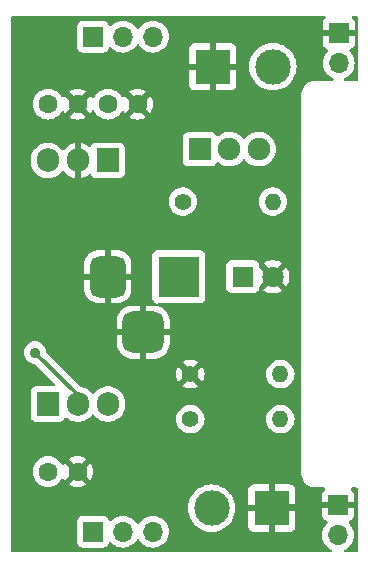
<source format=gbl>
%TF.GenerationSoftware,KiCad,Pcbnew,8.0.4*%
%TF.CreationDate,2024-10-15T16:21:02+03:00*%
%TF.ProjectId,projecsts,70726f6a-6563-4737-9473-2e6b69636164,rev?*%
%TF.SameCoordinates,Original*%
%TF.FileFunction,Copper,L2,Bot*%
%TF.FilePolarity,Positive*%
%FSLAX46Y46*%
G04 Gerber Fmt 4.6, Leading zero omitted, Abs format (unit mm)*
G04 Created by KiCad (PCBNEW 8.0.4) date 2024-10-15 16:21:02*
%MOMM*%
%LPD*%
G01*
G04 APERTURE LIST*
G04 Aperture macros list*
%AMRoundRect*
0 Rectangle with rounded corners*
0 $1 Rounding radius*
0 $2 $3 $4 $5 $6 $7 $8 $9 X,Y pos of 4 corners*
0 Add a 4 corners polygon primitive as box body*
4,1,4,$2,$3,$4,$5,$6,$7,$8,$9,$2,$3,0*
0 Add four circle primitives for the rounded corners*
1,1,$1+$1,$2,$3*
1,1,$1+$1,$4,$5*
1,1,$1+$1,$6,$7*
1,1,$1+$1,$8,$9*
0 Add four rect primitives between the rounded corners*
20,1,$1+$1,$2,$3,$4,$5,0*
20,1,$1+$1,$4,$5,$6,$7,0*
20,1,$1+$1,$6,$7,$8,$9,0*
20,1,$1+$1,$8,$9,$2,$3,0*%
G04 Aperture macros list end*
%TA.AperFunction,ComponentPad*%
%ADD10R,3.000000X3.000000*%
%TD*%
%TA.AperFunction,ComponentPad*%
%ADD11C,3.000000*%
%TD*%
%TA.AperFunction,ComponentPad*%
%ADD12R,1.700000X1.700000*%
%TD*%
%TA.AperFunction,ComponentPad*%
%ADD13O,1.700000X1.700000*%
%TD*%
%TA.AperFunction,ComponentPad*%
%ADD14C,1.600000*%
%TD*%
%TA.AperFunction,ComponentPad*%
%ADD15R,3.500000X3.500000*%
%TD*%
%TA.AperFunction,ComponentPad*%
%ADD16RoundRect,0.750000X-0.750000X-1.000000X0.750000X-1.000000X0.750000X1.000000X-0.750000X1.000000X0*%
%TD*%
%TA.AperFunction,ComponentPad*%
%ADD17RoundRect,0.875000X-0.875000X-0.875000X0.875000X-0.875000X0.875000X0.875000X-0.875000X0.875000X0*%
%TD*%
%TA.AperFunction,ComponentPad*%
%ADD18R,1.800000X1.800000*%
%TD*%
%TA.AperFunction,ComponentPad*%
%ADD19C,1.800000*%
%TD*%
%TA.AperFunction,ComponentPad*%
%ADD20C,1.400000*%
%TD*%
%TA.AperFunction,ComponentPad*%
%ADD21O,1.400000X1.400000*%
%TD*%
%TA.AperFunction,ComponentPad*%
%ADD22R,1.905000X2.000000*%
%TD*%
%TA.AperFunction,ComponentPad*%
%ADD23O,1.905000X2.000000*%
%TD*%
%TA.AperFunction,ComponentPad*%
%ADD24R,1.900000X1.900000*%
%TD*%
%TA.AperFunction,ComponentPad*%
%ADD25C,1.900000*%
%TD*%
%TA.AperFunction,ViaPad*%
%ADD26C,0.900000*%
%TD*%
%TA.AperFunction,Conductor*%
%ADD27C,0.200000*%
%TD*%
%TA.AperFunction,Conductor*%
%ADD28C,0.350000*%
%TD*%
G04 APERTURE END LIST*
D10*
%TO.P,J7,1,Pin_1*%
%TO.N,GND*%
X145309346Y-92620007D03*
D11*
%TO.P,J7,2,Pin_2*%
%TO.N,/PWR_output_bot*%
X140229346Y-92620007D03*
%TD*%
D12*
%TO.P,J4,1,Pin_1*%
%TO.N,/3.3V*%
X130175000Y-52705000D03*
D13*
%TO.P,J4,2,Pin_2*%
%TO.N,/PWR_output_top*%
X132715000Y-52705000D03*
%TO.P,J4,3,Pin_3*%
%TO.N,/5V*%
X135255000Y-52705000D03*
%TD*%
D12*
%TO.P,J1,1,Pin_1*%
%TO.N,GND*%
X150989841Y-52415247D03*
D13*
%TO.P,J1,2,Pin_2*%
%TO.N,/PWR_output_top*%
X150989841Y-54955247D03*
%TD*%
D14*
%TO.P,C2,1*%
%TO.N,/5V*%
X126385000Y-58420000D03*
%TO.P,C2,2*%
%TO.N,GND*%
X128885000Y-58420000D03*
%TD*%
D15*
%TO.P,J6,1*%
%TO.N,/PWR_input*%
X137445000Y-73025000D03*
D16*
%TO.P,J6,2*%
%TO.N,GND*%
X131445000Y-73025000D03*
D17*
%TO.P,J6,3*%
X134445000Y-77725000D03*
%TD*%
D14*
%TO.P,C3,1*%
%TO.N,/3.3V*%
X126385000Y-89535000D03*
%TO.P,C3,2*%
%TO.N,GND*%
X128885000Y-89535000D03*
%TD*%
D12*
%TO.P,J3,1,Pin_1*%
%TO.N,GND*%
X150933752Y-92373739D03*
D13*
%TO.P,J3,2,Pin_2*%
%TO.N,/PWR_output_bot*%
X150933752Y-94913739D03*
%TD*%
D18*
%TO.P,D1,1,K*%
%TO.N,Net-(D1-K)*%
X142875000Y-73025000D03*
D19*
%TO.P,D1,2,A*%
%TO.N,GND*%
X145415000Y-73025000D03*
%TD*%
D14*
%TO.P,C1,1*%
%TO.N,/12V*%
X131465000Y-58420000D03*
%TO.P,C1,2*%
%TO.N,GND*%
X133965000Y-58420000D03*
%TD*%
D12*
%TO.P,J2,1,Pin_1*%
%TO.N,/3.3V*%
X130175000Y-94615000D03*
D13*
%TO.P,J2,2,Pin_2*%
%TO.N,/PWR_output_bot*%
X132715000Y-94615000D03*
%TO.P,J2,3,Pin_3*%
%TO.N,/5V*%
X135255000Y-94615000D03*
%TD*%
D20*
%TO.P,R3,1*%
%TO.N,GND*%
X138430000Y-81280000D03*
D21*
%TO.P,R3,2*%
%TO.N,Net-(U2-ADJ)*%
X146050000Y-81280000D03*
%TD*%
D20*
%TO.P,R1,1*%
%TO.N,/12V*%
X137795000Y-66675000D03*
D21*
%TO.P,R1,2*%
%TO.N,Net-(D1-K)*%
X145415000Y-66675000D03*
%TD*%
D20*
%TO.P,R2,1*%
%TO.N,Net-(U2-ADJ)*%
X138430000Y-85090000D03*
D21*
%TO.P,R2,2*%
%TO.N,/3.3V*%
X146050000Y-85090000D03*
%TD*%
D22*
%TO.P,U2,1,ADJ*%
%TO.N,Net-(U2-ADJ)*%
X126365000Y-83820000D03*
D23*
%TO.P,U2,2,VO*%
%TO.N,/3.3V*%
X128905000Y-83820000D03*
%TO.P,U2,3,VI*%
%TO.N,/12V*%
X131445000Y-83820000D03*
%TD*%
D24*
%TO.P,S2,1*%
%TO.N,/12V*%
X139225000Y-62230000D03*
D25*
%TO.P,S2,2*%
%TO.N,/PWR_input*%
X141725000Y-62230000D03*
%TO.P,S2,3*%
%TO.N,unconnected-(S2-Pad3)*%
X144225000Y-62230000D03*
%TD*%
D22*
%TO.P,U1,1,VI*%
%TO.N,/12V*%
X131445000Y-63190000D03*
D23*
%TO.P,U1,2,GND*%
%TO.N,GND*%
X128905000Y-63190000D03*
%TO.P,U1,3,VO*%
%TO.N,/5V*%
X126365000Y-63190000D03*
%TD*%
D10*
%TO.P,J5,1,Pin_1*%
%TO.N,GND*%
X140335000Y-55245000D03*
D11*
%TO.P,J5,2,Pin_2*%
%TO.N,/PWR_output_top*%
X145415000Y-55245000D03*
%TD*%
D26*
%TO.N,/3.3V*%
X125272800Y-79451200D03*
%TD*%
D27*
%TO.N,GND*%
X145555614Y-92373739D02*
X145309346Y-92620007D01*
X150933752Y-92373739D02*
X145555614Y-92373739D01*
D28*
%TO.N,/3.3V*%
X128905000Y-83083400D02*
X128905000Y-83820000D01*
X125272800Y-79451200D02*
X128905000Y-83083400D01*
%TD*%
%TA.AperFunction,Conductor*%
%TO.N,GND*%
G36*
X149828668Y-50964585D02*
G01*
X149874423Y-51017389D01*
X149884367Y-51086547D01*
X149855342Y-51150103D01*
X149835940Y-51168166D01*
X149782653Y-51208056D01*
X149782650Y-51208059D01*
X149696490Y-51323153D01*
X149696486Y-51323160D01*
X149646244Y-51457867D01*
X149646242Y-51457874D01*
X149639841Y-51517402D01*
X149639841Y-52165247D01*
X150556829Y-52165247D01*
X150523916Y-52222254D01*
X150489841Y-52349421D01*
X150489841Y-52481073D01*
X150523916Y-52608240D01*
X150556829Y-52665247D01*
X149639841Y-52665247D01*
X149639841Y-53313091D01*
X149646242Y-53372619D01*
X149646244Y-53372626D01*
X149696486Y-53507333D01*
X149696490Y-53507340D01*
X149782650Y-53622434D01*
X149782653Y-53622437D01*
X149897747Y-53708597D01*
X149897754Y-53708601D01*
X150029311Y-53757668D01*
X150085244Y-53799539D01*
X150109662Y-53865003D01*
X150094811Y-53933276D01*
X150073660Y-53961531D01*
X149951344Y-54083847D01*
X149815806Y-54277416D01*
X149815805Y-54277418D01*
X149715939Y-54491582D01*
X149715935Y-54491591D01*
X149654779Y-54719833D01*
X149654777Y-54719843D01*
X149634182Y-54955246D01*
X149634182Y-54955247D01*
X149654777Y-55190650D01*
X149654779Y-55190660D01*
X149715935Y-55418902D01*
X149715937Y-55418906D01*
X149715938Y-55418910D01*
X149767940Y-55530428D01*
X149815806Y-55633077D01*
X149815808Y-55633081D01*
X149924122Y-55787768D01*
X149951346Y-55826648D01*
X150118440Y-55993742D01*
X150215225Y-56061512D01*
X150312006Y-56129279D01*
X150312008Y-56129280D01*
X150312011Y-56129282D01*
X150484935Y-56209918D01*
X150537374Y-56256090D01*
X150556526Y-56323284D01*
X150536310Y-56390165D01*
X150483145Y-56435500D01*
X150432530Y-56446300D01*
X148894833Y-56446300D01*
X148694791Y-56481573D01*
X148503914Y-56551047D01*
X148503904Y-56551051D01*
X148327989Y-56652615D01*
X148172383Y-56783183D01*
X148041815Y-56938789D01*
X147940251Y-57114704D01*
X147940247Y-57114714D01*
X147870773Y-57305591D01*
X147835500Y-57505633D01*
X147835500Y-89814366D01*
X147864968Y-89981488D01*
X147870774Y-90014411D01*
X147928141Y-90172026D01*
X147940247Y-90205285D01*
X147940251Y-90205295D01*
X148041815Y-90381210D01*
X148172383Y-90536816D01*
X148327989Y-90667384D01*
X148327990Y-90667385D01*
X148327992Y-90667386D01*
X148503909Y-90768951D01*
X148694789Y-90838426D01*
X148894834Y-90873700D01*
X148930508Y-90873700D01*
X149745203Y-90873700D01*
X149812242Y-90893385D01*
X149857997Y-90946189D01*
X149867941Y-91015347D01*
X149838916Y-91078903D01*
X149819514Y-91096966D01*
X149726564Y-91166548D01*
X149726561Y-91166551D01*
X149640401Y-91281645D01*
X149640397Y-91281652D01*
X149590155Y-91416359D01*
X149590153Y-91416366D01*
X149583752Y-91475894D01*
X149583752Y-92123739D01*
X150500740Y-92123739D01*
X150467827Y-92180746D01*
X150433752Y-92307913D01*
X150433752Y-92439565D01*
X150467827Y-92566732D01*
X150500740Y-92623739D01*
X149583752Y-92623739D01*
X149583752Y-93271583D01*
X149590153Y-93331111D01*
X149590155Y-93331118D01*
X149640397Y-93465825D01*
X149640401Y-93465832D01*
X149726561Y-93580926D01*
X149726564Y-93580929D01*
X149841658Y-93667089D01*
X149841665Y-93667093D01*
X149973222Y-93716160D01*
X150029155Y-93758031D01*
X150053573Y-93823495D01*
X150038722Y-93891768D01*
X150017571Y-93920023D01*
X149895255Y-94042339D01*
X149759717Y-94235908D01*
X149759716Y-94235910D01*
X149659850Y-94450074D01*
X149659846Y-94450083D01*
X149598690Y-94678325D01*
X149598688Y-94678335D01*
X149578093Y-94913738D01*
X149578093Y-94913739D01*
X149598688Y-95149142D01*
X149598690Y-95149152D01*
X149659846Y-95377394D01*
X149659848Y-95377398D01*
X149659849Y-95377402D01*
X149750817Y-95572483D01*
X149759717Y-95591569D01*
X149759719Y-95591573D01*
X149840777Y-95707335D01*
X149895257Y-95785140D01*
X150062351Y-95952234D01*
X150081297Y-95965500D01*
X150255917Y-96087771D01*
X150255919Y-96087772D01*
X150255922Y-96087774D01*
X150365172Y-96138718D01*
X150417611Y-96184890D01*
X150436763Y-96252084D01*
X150416547Y-96318965D01*
X150363382Y-96364300D01*
X150312767Y-96375100D01*
X123405412Y-96375100D01*
X123381220Y-96372717D01*
X123356200Y-96367740D01*
X123311504Y-96349227D01*
X123300642Y-96341969D01*
X123266430Y-96307757D01*
X123259171Y-96296893D01*
X123240659Y-96252199D01*
X123235681Y-96227174D01*
X123233300Y-96202987D01*
X123233300Y-93717135D01*
X128824500Y-93717135D01*
X128824500Y-95512870D01*
X128824501Y-95512876D01*
X128830908Y-95572483D01*
X128881202Y-95707328D01*
X128881206Y-95707335D01*
X128967452Y-95822544D01*
X128967455Y-95822547D01*
X129082664Y-95908793D01*
X129082671Y-95908797D01*
X129217517Y-95959091D01*
X129217516Y-95959091D01*
X129224444Y-95959835D01*
X129277127Y-95965500D01*
X131072872Y-95965499D01*
X131132483Y-95959091D01*
X131267331Y-95908796D01*
X131382546Y-95822546D01*
X131468796Y-95707331D01*
X131517810Y-95575916D01*
X131559681Y-95519984D01*
X131625145Y-95495566D01*
X131693418Y-95510417D01*
X131721673Y-95531569D01*
X131843599Y-95653495D01*
X131940384Y-95721265D01*
X132037165Y-95789032D01*
X132037167Y-95789033D01*
X132037170Y-95789035D01*
X132251337Y-95888903D01*
X132479592Y-95950063D01*
X132656034Y-95965500D01*
X132714999Y-95970659D01*
X132715000Y-95970659D01*
X132715001Y-95970659D01*
X132773966Y-95965500D01*
X132950408Y-95950063D01*
X133178663Y-95888903D01*
X133392830Y-95789035D01*
X133586401Y-95653495D01*
X133753495Y-95486401D01*
X133883425Y-95300842D01*
X133938002Y-95257217D01*
X134007500Y-95250023D01*
X134069855Y-95281546D01*
X134086575Y-95300842D01*
X134216500Y-95486395D01*
X134216505Y-95486401D01*
X134383599Y-95653495D01*
X134480384Y-95721265D01*
X134577165Y-95789032D01*
X134577167Y-95789033D01*
X134577170Y-95789035D01*
X134791337Y-95888903D01*
X135019592Y-95950063D01*
X135196034Y-95965500D01*
X135254999Y-95970659D01*
X135255000Y-95970659D01*
X135255001Y-95970659D01*
X135313966Y-95965500D01*
X135490408Y-95950063D01*
X135718663Y-95888903D01*
X135932830Y-95789035D01*
X136126401Y-95653495D01*
X136293495Y-95486401D01*
X136429035Y-95292830D01*
X136528903Y-95078663D01*
X136590063Y-94850408D01*
X136610659Y-94615000D01*
X136590063Y-94379592D01*
X136528903Y-94151337D01*
X136429035Y-93937171D01*
X136426391Y-93933394D01*
X136293494Y-93743597D01*
X136126402Y-93576506D01*
X136126395Y-93576501D01*
X135932834Y-93440967D01*
X135932830Y-93440965D01*
X135932828Y-93440964D01*
X135718663Y-93341097D01*
X135718659Y-93341096D01*
X135718655Y-93341094D01*
X135490413Y-93279938D01*
X135490403Y-93279936D01*
X135255001Y-93259341D01*
X135254999Y-93259341D01*
X135019596Y-93279936D01*
X135019586Y-93279938D01*
X134791344Y-93341094D01*
X134791335Y-93341098D01*
X134577171Y-93440964D01*
X134577169Y-93440965D01*
X134383597Y-93576505D01*
X134216505Y-93743597D01*
X134086575Y-93929158D01*
X134031998Y-93972783D01*
X133962500Y-93979977D01*
X133900145Y-93948454D01*
X133883425Y-93929158D01*
X133753494Y-93743597D01*
X133586402Y-93576506D01*
X133586395Y-93576501D01*
X133392834Y-93440967D01*
X133392830Y-93440965D01*
X133392828Y-93440964D01*
X133178663Y-93341097D01*
X133178659Y-93341096D01*
X133178655Y-93341094D01*
X132950413Y-93279938D01*
X132950403Y-93279936D01*
X132715001Y-93259341D01*
X132714999Y-93259341D01*
X132479596Y-93279936D01*
X132479586Y-93279938D01*
X132251344Y-93341094D01*
X132251335Y-93341098D01*
X132037171Y-93440964D01*
X132037169Y-93440965D01*
X131843600Y-93576503D01*
X131721673Y-93698430D01*
X131660350Y-93731914D01*
X131590658Y-93726930D01*
X131534725Y-93685058D01*
X131517810Y-93654081D01*
X131468797Y-93522671D01*
X131468793Y-93522664D01*
X131382547Y-93407455D01*
X131382544Y-93407452D01*
X131267335Y-93321206D01*
X131267328Y-93321202D01*
X131132482Y-93270908D01*
X131132483Y-93270908D01*
X131072883Y-93264501D01*
X131072881Y-93264500D01*
X131072873Y-93264500D01*
X131072864Y-93264500D01*
X129277129Y-93264500D01*
X129277123Y-93264501D01*
X129217516Y-93270908D01*
X129082671Y-93321202D01*
X129082664Y-93321206D01*
X128967455Y-93407452D01*
X128967452Y-93407455D01*
X128881206Y-93522664D01*
X128881202Y-93522671D01*
X128830908Y-93657517D01*
X128824501Y-93717116D01*
X128824500Y-93717135D01*
X123233300Y-93717135D01*
X123233300Y-92620005D01*
X138223736Y-92620005D01*
X138223736Y-92620008D01*
X138244150Y-92905440D01*
X138304974Y-93185044D01*
X138304976Y-93185050D01*
X138304977Y-93185053D01*
X138363179Y-93341097D01*
X138404981Y-93453173D01*
X138542116Y-93704316D01*
X138542121Y-93704324D01*
X138713600Y-93933394D01*
X138713616Y-93933412D01*
X138915940Y-94135736D01*
X138915958Y-94135752D01*
X139145028Y-94307231D01*
X139145036Y-94307236D01*
X139396179Y-94444371D01*
X139396178Y-94444371D01*
X139396182Y-94444372D01*
X139396185Y-94444374D01*
X139664300Y-94544376D01*
X139664306Y-94544377D01*
X139664308Y-94544378D01*
X139943912Y-94605202D01*
X139943914Y-94605202D01*
X139943918Y-94605203D01*
X140197566Y-94623344D01*
X140229345Y-94625617D01*
X140229346Y-94625617D01*
X140229347Y-94625617D01*
X140257941Y-94623571D01*
X140514774Y-94605203D01*
X140794392Y-94544376D01*
X141062507Y-94444374D01*
X141313661Y-94307233D01*
X141542741Y-94135746D01*
X141745085Y-93933402D01*
X141916572Y-93704322D01*
X142053713Y-93453168D01*
X142153715Y-93185053D01*
X142214542Y-92905435D01*
X142234956Y-92620007D01*
X142214542Y-92334579D01*
X142153715Y-92054961D01*
X142053713Y-91786846D01*
X141916572Y-91535692D01*
X141827241Y-91416359D01*
X141745091Y-91306619D01*
X141745075Y-91306601D01*
X141542751Y-91104277D01*
X141542733Y-91104261D01*
X141499854Y-91072162D01*
X143309346Y-91072162D01*
X143309346Y-92370007D01*
X144590282Y-92370007D01*
X144578553Y-92398323D01*
X144549346Y-92545154D01*
X144549346Y-92694860D01*
X144578553Y-92841691D01*
X144590282Y-92870007D01*
X143309346Y-92870007D01*
X143309346Y-94167851D01*
X143315747Y-94227379D01*
X143315749Y-94227386D01*
X143365991Y-94362093D01*
X143365995Y-94362100D01*
X143452155Y-94477194D01*
X143452158Y-94477197D01*
X143567252Y-94563357D01*
X143567259Y-94563361D01*
X143701966Y-94613603D01*
X143701973Y-94613605D01*
X143761501Y-94620006D01*
X143761518Y-94620007D01*
X145059346Y-94620007D01*
X145059346Y-93339071D01*
X145087662Y-93350800D01*
X145234493Y-93380007D01*
X145384199Y-93380007D01*
X145531030Y-93350800D01*
X145559346Y-93339071D01*
X145559346Y-94620007D01*
X146857174Y-94620007D01*
X146857190Y-94620006D01*
X146916718Y-94613605D01*
X146916725Y-94613603D01*
X147051432Y-94563361D01*
X147051439Y-94563357D01*
X147166533Y-94477197D01*
X147166536Y-94477194D01*
X147252696Y-94362100D01*
X147252700Y-94362093D01*
X147302942Y-94227386D01*
X147302944Y-94227379D01*
X147309345Y-94167851D01*
X147309346Y-94167834D01*
X147309346Y-92870007D01*
X146028410Y-92870007D01*
X146040139Y-92841691D01*
X146069346Y-92694860D01*
X146069346Y-92545154D01*
X146040139Y-92398323D01*
X146028410Y-92370007D01*
X147309346Y-92370007D01*
X147309346Y-91072179D01*
X147309345Y-91072162D01*
X147302944Y-91012634D01*
X147302942Y-91012627D01*
X147252700Y-90877920D01*
X147252696Y-90877913D01*
X147166536Y-90762819D01*
X147166533Y-90762816D01*
X147051439Y-90676656D01*
X147051432Y-90676652D01*
X146916725Y-90626410D01*
X146916718Y-90626408D01*
X146857190Y-90620007D01*
X145559346Y-90620007D01*
X145559346Y-91900942D01*
X145531030Y-91889214D01*
X145384199Y-91860007D01*
X145234493Y-91860007D01*
X145087662Y-91889214D01*
X145059346Y-91900942D01*
X145059346Y-90620007D01*
X143761501Y-90620007D01*
X143701973Y-90626408D01*
X143701966Y-90626410D01*
X143567259Y-90676652D01*
X143567252Y-90676656D01*
X143452158Y-90762816D01*
X143452155Y-90762819D01*
X143365995Y-90877913D01*
X143365991Y-90877920D01*
X143315749Y-91012627D01*
X143315747Y-91012634D01*
X143309346Y-91072162D01*
X141499854Y-91072162D01*
X141313663Y-90932782D01*
X141313655Y-90932777D01*
X141062512Y-90795642D01*
X141062513Y-90795642D01*
X140955261Y-90755639D01*
X140794392Y-90695638D01*
X140794389Y-90695637D01*
X140794383Y-90695635D01*
X140514779Y-90634811D01*
X140229347Y-90614397D01*
X140229345Y-90614397D01*
X139943912Y-90634811D01*
X139664308Y-90695635D01*
X139396179Y-90795642D01*
X139145036Y-90932777D01*
X139145028Y-90932782D01*
X138915958Y-91104261D01*
X138915940Y-91104277D01*
X138713616Y-91306601D01*
X138713600Y-91306619D01*
X138542121Y-91535689D01*
X138542116Y-91535697D01*
X138404981Y-91786840D01*
X138304974Y-92054969D01*
X138244150Y-92334573D01*
X138223736Y-92620005D01*
X123233300Y-92620005D01*
X123233300Y-89534998D01*
X125079532Y-89534998D01*
X125079532Y-89535001D01*
X125099364Y-89761686D01*
X125099366Y-89761697D01*
X125158258Y-89981488D01*
X125158261Y-89981497D01*
X125254431Y-90187732D01*
X125254432Y-90187734D01*
X125384954Y-90374141D01*
X125545858Y-90535045D01*
X125545861Y-90535047D01*
X125732266Y-90665568D01*
X125938504Y-90761739D01*
X125938509Y-90761740D01*
X125938511Y-90761741D01*
X125965423Y-90768952D01*
X126158308Y-90820635D01*
X126320230Y-90834801D01*
X126384998Y-90840468D01*
X126385000Y-90840468D01*
X126385002Y-90840468D01*
X126441673Y-90835509D01*
X126611692Y-90820635D01*
X126831496Y-90761739D01*
X127037734Y-90665568D01*
X127224139Y-90535047D01*
X127385047Y-90374139D01*
X127515568Y-90187734D01*
X127522893Y-90172024D01*
X127569064Y-90119586D01*
X127636257Y-90100433D01*
X127703138Y-90120648D01*
X127747657Y-90172024D01*
X127754864Y-90187480D01*
X127805974Y-90260472D01*
X128485000Y-89581446D01*
X128485000Y-89587661D01*
X128512259Y-89689394D01*
X128564920Y-89780606D01*
X128639394Y-89855080D01*
X128730606Y-89907741D01*
X128832339Y-89935000D01*
X128838553Y-89935000D01*
X128159526Y-90614025D01*
X128232513Y-90665132D01*
X128232521Y-90665136D01*
X128438668Y-90761264D01*
X128438682Y-90761269D01*
X128658389Y-90820139D01*
X128658400Y-90820141D01*
X128884998Y-90839966D01*
X128885002Y-90839966D01*
X129111599Y-90820141D01*
X129111610Y-90820139D01*
X129331317Y-90761269D01*
X129331331Y-90761264D01*
X129537478Y-90665136D01*
X129610471Y-90614024D01*
X128931447Y-89935000D01*
X128937661Y-89935000D01*
X129039394Y-89907741D01*
X129130606Y-89855080D01*
X129205080Y-89780606D01*
X129257741Y-89689394D01*
X129285000Y-89587661D01*
X129285000Y-89581447D01*
X129964024Y-90260471D01*
X130015136Y-90187478D01*
X130111264Y-89981331D01*
X130111269Y-89981317D01*
X130170139Y-89761610D01*
X130170141Y-89761599D01*
X130189966Y-89535002D01*
X130189966Y-89534997D01*
X130170141Y-89308400D01*
X130170139Y-89308389D01*
X130111269Y-89088682D01*
X130111264Y-89088668D01*
X130015136Y-88882521D01*
X130015132Y-88882513D01*
X129964025Y-88809526D01*
X129285000Y-89488551D01*
X129285000Y-89482339D01*
X129257741Y-89380606D01*
X129205080Y-89289394D01*
X129130606Y-89214920D01*
X129039394Y-89162259D01*
X128937661Y-89135000D01*
X128931448Y-89135000D01*
X129610472Y-88455974D01*
X129537478Y-88404863D01*
X129331331Y-88308735D01*
X129331317Y-88308730D01*
X129111610Y-88249860D01*
X129111599Y-88249858D01*
X128885002Y-88230034D01*
X128884998Y-88230034D01*
X128658400Y-88249858D01*
X128658389Y-88249860D01*
X128438682Y-88308730D01*
X128438673Y-88308734D01*
X128232516Y-88404866D01*
X128232512Y-88404868D01*
X128159526Y-88455973D01*
X128159526Y-88455974D01*
X128838553Y-89135000D01*
X128832339Y-89135000D01*
X128730606Y-89162259D01*
X128639394Y-89214920D01*
X128564920Y-89289394D01*
X128512259Y-89380606D01*
X128485000Y-89482339D01*
X128485000Y-89488552D01*
X127805974Y-88809526D01*
X127805973Y-88809526D01*
X127754868Y-88882512D01*
X127754867Y-88882514D01*
X127747656Y-88897979D01*
X127701482Y-88950417D01*
X127634288Y-88969567D01*
X127567407Y-88949350D01*
X127522893Y-88897976D01*
X127515568Y-88882266D01*
X127385047Y-88695861D01*
X127385045Y-88695858D01*
X127224141Y-88534954D01*
X127037734Y-88404432D01*
X127037732Y-88404431D01*
X126831497Y-88308261D01*
X126831488Y-88308258D01*
X126611697Y-88249366D01*
X126611693Y-88249365D01*
X126611692Y-88249365D01*
X126611691Y-88249364D01*
X126611686Y-88249364D01*
X126385002Y-88229532D01*
X126384998Y-88229532D01*
X126158313Y-88249364D01*
X126158302Y-88249366D01*
X125938511Y-88308258D01*
X125938502Y-88308261D01*
X125732267Y-88404431D01*
X125732265Y-88404432D01*
X125545858Y-88534954D01*
X125384954Y-88695858D01*
X125254432Y-88882265D01*
X125254431Y-88882267D01*
X125158261Y-89088502D01*
X125158258Y-89088511D01*
X125099366Y-89308302D01*
X125099364Y-89308313D01*
X125079532Y-89534998D01*
X123233300Y-89534998D01*
X123233300Y-79451200D01*
X124317701Y-79451200D01*
X124336052Y-79637531D01*
X124336053Y-79637533D01*
X124390404Y-79816702D01*
X124478662Y-79981823D01*
X124478664Y-79981826D01*
X124597442Y-80126557D01*
X124742173Y-80245335D01*
X124742176Y-80245337D01*
X124907297Y-80333595D01*
X124907299Y-80333596D01*
X125086469Y-80387947D01*
X125228421Y-80401927D01*
X125293208Y-80428087D01*
X125303948Y-80437649D01*
X126974117Y-82107819D01*
X127007602Y-82169142D01*
X127002618Y-82238834D01*
X126960746Y-82294767D01*
X126895282Y-82319184D01*
X126886436Y-82319500D01*
X125364629Y-82319500D01*
X125364623Y-82319501D01*
X125305016Y-82325908D01*
X125170171Y-82376202D01*
X125170164Y-82376206D01*
X125054955Y-82462452D01*
X125054952Y-82462455D01*
X124968706Y-82577664D01*
X124968702Y-82577671D01*
X124918408Y-82712517D01*
X124912001Y-82772116D01*
X124912000Y-82772135D01*
X124912000Y-84867870D01*
X124912001Y-84867876D01*
X124918408Y-84927483D01*
X124968702Y-85062328D01*
X124968706Y-85062335D01*
X125054952Y-85177544D01*
X125054955Y-85177547D01*
X125170164Y-85263793D01*
X125170171Y-85263797D01*
X125305017Y-85314091D01*
X125305016Y-85314091D01*
X125311944Y-85314835D01*
X125364627Y-85320500D01*
X127365372Y-85320499D01*
X127424983Y-85314091D01*
X127559831Y-85263796D01*
X127675046Y-85177546D01*
X127761296Y-85062331D01*
X127771690Y-85034460D01*
X127813560Y-84978527D01*
X127879023Y-84954108D01*
X127947297Y-84968958D01*
X127960746Y-84977465D01*
X128143462Y-85110217D01*
X128275599Y-85177544D01*
X128347244Y-85214049D01*
X128564751Y-85284721D01*
X128564752Y-85284721D01*
X128564755Y-85284722D01*
X128790646Y-85320500D01*
X128790647Y-85320500D01*
X129019353Y-85320500D01*
X129019354Y-85320500D01*
X129245245Y-85284722D01*
X129245248Y-85284721D01*
X129245249Y-85284721D01*
X129462755Y-85214049D01*
X129462755Y-85214048D01*
X129462758Y-85214048D01*
X129666538Y-85110217D01*
X129851566Y-84975786D01*
X130013286Y-84814066D01*
X130074683Y-84729559D01*
X130130012Y-84686896D01*
X130199625Y-84680917D01*
X130261420Y-84713523D01*
X130275314Y-84729556D01*
X130336714Y-84814066D01*
X130498434Y-84975786D01*
X130683462Y-85110217D01*
X130815599Y-85177544D01*
X130887244Y-85214049D01*
X131104751Y-85284721D01*
X131104752Y-85284721D01*
X131104755Y-85284722D01*
X131330646Y-85320500D01*
X131330647Y-85320500D01*
X131559353Y-85320500D01*
X131559354Y-85320500D01*
X131785245Y-85284722D01*
X131785248Y-85284721D01*
X131785249Y-85284721D01*
X132002755Y-85214049D01*
X132002755Y-85214048D01*
X132002758Y-85214048D01*
X132206538Y-85110217D01*
X132234366Y-85089999D01*
X137224357Y-85089999D01*
X137224357Y-85090000D01*
X137244884Y-85311535D01*
X137244885Y-85311537D01*
X137305769Y-85525523D01*
X137305775Y-85525538D01*
X137404938Y-85724683D01*
X137404943Y-85724691D01*
X137539020Y-85902238D01*
X137703437Y-86052123D01*
X137703439Y-86052125D01*
X137892595Y-86169245D01*
X137892596Y-86169245D01*
X137892599Y-86169247D01*
X138100060Y-86249618D01*
X138318757Y-86290500D01*
X138318759Y-86290500D01*
X138541241Y-86290500D01*
X138541243Y-86290500D01*
X138759940Y-86249618D01*
X138967401Y-86169247D01*
X139156562Y-86052124D01*
X139320981Y-85902236D01*
X139455058Y-85724689D01*
X139554229Y-85525528D01*
X139615115Y-85311536D01*
X139635643Y-85090000D01*
X139635643Y-85089999D01*
X144844357Y-85089999D01*
X144844357Y-85090000D01*
X144864884Y-85311535D01*
X144864885Y-85311537D01*
X144925769Y-85525523D01*
X144925775Y-85525538D01*
X145024938Y-85724683D01*
X145024943Y-85724691D01*
X145159020Y-85902238D01*
X145323437Y-86052123D01*
X145323439Y-86052125D01*
X145512595Y-86169245D01*
X145512596Y-86169245D01*
X145512599Y-86169247D01*
X145720060Y-86249618D01*
X145938757Y-86290500D01*
X145938759Y-86290500D01*
X146161241Y-86290500D01*
X146161243Y-86290500D01*
X146379940Y-86249618D01*
X146587401Y-86169247D01*
X146776562Y-86052124D01*
X146940981Y-85902236D01*
X147075058Y-85724689D01*
X147174229Y-85525528D01*
X147235115Y-85311536D01*
X147255643Y-85090000D01*
X147235115Y-84868464D01*
X147174229Y-84654472D01*
X147174224Y-84654461D01*
X147075061Y-84455316D01*
X147075056Y-84455308D01*
X146940979Y-84277761D01*
X146776562Y-84127876D01*
X146776560Y-84127874D01*
X146587404Y-84010754D01*
X146587398Y-84010752D01*
X146379940Y-83930382D01*
X146161243Y-83889500D01*
X145938757Y-83889500D01*
X145720060Y-83930382D01*
X145588864Y-83981207D01*
X145512601Y-84010752D01*
X145512595Y-84010754D01*
X145323439Y-84127874D01*
X145323437Y-84127876D01*
X145159020Y-84277761D01*
X145024943Y-84455308D01*
X145024938Y-84455316D01*
X144925775Y-84654461D01*
X144925769Y-84654476D01*
X144864885Y-84868462D01*
X144864884Y-84868464D01*
X144844357Y-85089999D01*
X139635643Y-85089999D01*
X139615115Y-84868464D01*
X139554229Y-84654472D01*
X139554224Y-84654461D01*
X139455061Y-84455316D01*
X139455056Y-84455308D01*
X139320979Y-84277761D01*
X139156562Y-84127876D01*
X139156560Y-84127874D01*
X138967404Y-84010754D01*
X138967398Y-84010752D01*
X138759940Y-83930382D01*
X138541243Y-83889500D01*
X138318757Y-83889500D01*
X138100060Y-83930382D01*
X137968864Y-83981207D01*
X137892601Y-84010752D01*
X137892595Y-84010754D01*
X137703439Y-84127874D01*
X137703437Y-84127876D01*
X137539020Y-84277761D01*
X137404943Y-84455308D01*
X137404938Y-84455316D01*
X137305775Y-84654461D01*
X137305769Y-84654476D01*
X137244885Y-84868462D01*
X137244884Y-84868464D01*
X137224357Y-85089999D01*
X132234366Y-85089999D01*
X132391566Y-84975786D01*
X132553286Y-84814066D01*
X132687717Y-84629038D01*
X132791548Y-84425258D01*
X132862222Y-84207745D01*
X132898000Y-83981854D01*
X132898000Y-83658146D01*
X132862222Y-83432255D01*
X132862221Y-83432251D01*
X132862221Y-83432250D01*
X132791549Y-83214744D01*
X132791548Y-83214742D01*
X132687717Y-83010962D01*
X132553286Y-82825934D01*
X132391566Y-82664214D01*
X132206538Y-82529783D01*
X132109815Y-82480500D01*
X132002755Y-82425950D01*
X131785248Y-82355278D01*
X131599812Y-82325908D01*
X131559354Y-82319500D01*
X131330646Y-82319500D01*
X131290188Y-82325908D01*
X131104753Y-82355278D01*
X131104750Y-82355278D01*
X130887244Y-82425950D01*
X130683461Y-82529783D01*
X130617550Y-82577671D01*
X130498434Y-82664214D01*
X130498432Y-82664216D01*
X130498431Y-82664216D01*
X130336715Y-82825932D01*
X130275318Y-82910438D01*
X130219987Y-82953103D01*
X130150374Y-82959082D01*
X130088579Y-82926476D01*
X130074682Y-82910438D01*
X130063773Y-82895423D01*
X130013286Y-82825934D01*
X129851566Y-82664214D01*
X129666538Y-82529783D01*
X129569815Y-82480500D01*
X129462755Y-82425950D01*
X129245243Y-82355277D01*
X129150692Y-82340301D01*
X129087558Y-82310371D01*
X129082411Y-82305509D01*
X129063781Y-82286879D01*
X137776672Y-82286879D01*
X137776672Y-82286880D01*
X137892821Y-82358797D01*
X137892822Y-82358798D01*
X138100195Y-82439134D01*
X138318807Y-82480000D01*
X138541193Y-82480000D01*
X138759809Y-82439133D01*
X138967168Y-82358801D01*
X138967181Y-82358795D01*
X139083326Y-82286879D01*
X138430001Y-81633553D01*
X138430000Y-81633553D01*
X137776672Y-82286879D01*
X129063781Y-82286879D01*
X128056901Y-81279999D01*
X137224859Y-81279999D01*
X137224859Y-81280000D01*
X137245378Y-81501439D01*
X137306240Y-81715350D01*
X137405369Y-81914428D01*
X137421137Y-81935308D01*
X137421138Y-81935308D01*
X138076447Y-81280000D01*
X138030369Y-81233922D01*
X138080000Y-81233922D01*
X138080000Y-81326078D01*
X138103852Y-81415095D01*
X138149930Y-81494905D01*
X138215095Y-81560070D01*
X138294905Y-81606148D01*
X138383922Y-81630000D01*
X138476078Y-81630000D01*
X138565095Y-81606148D01*
X138644905Y-81560070D01*
X138710070Y-81494905D01*
X138756148Y-81415095D01*
X138780000Y-81326078D01*
X138780000Y-81279999D01*
X138783553Y-81279999D01*
X138783553Y-81280000D01*
X139438861Y-81935308D01*
X139454631Y-81914425D01*
X139454633Y-81914422D01*
X139553759Y-81715350D01*
X139614621Y-81501439D01*
X139635141Y-81280000D01*
X139635141Y-81279999D01*
X144844357Y-81279999D01*
X144844357Y-81280000D01*
X144864884Y-81501535D01*
X144864885Y-81501537D01*
X144925769Y-81715523D01*
X144925775Y-81715538D01*
X145024938Y-81914683D01*
X145024943Y-81914691D01*
X145159020Y-82092238D01*
X145323437Y-82242123D01*
X145323439Y-82242125D01*
X145512595Y-82359245D01*
X145512596Y-82359245D01*
X145512599Y-82359247D01*
X145720060Y-82439618D01*
X145938757Y-82480500D01*
X145938759Y-82480500D01*
X146161241Y-82480500D01*
X146161243Y-82480500D01*
X146379940Y-82439618D01*
X146587401Y-82359247D01*
X146776562Y-82242124D01*
X146940981Y-82092236D01*
X147075058Y-81914689D01*
X147174229Y-81715528D01*
X147235115Y-81501536D01*
X147255643Y-81280000D01*
X147235115Y-81058464D01*
X147174229Y-80844472D01*
X147075188Y-80645572D01*
X147075061Y-80645316D01*
X147075056Y-80645308D01*
X146940979Y-80467761D01*
X146776562Y-80317876D01*
X146776560Y-80317874D01*
X146587404Y-80200754D01*
X146587398Y-80200752D01*
X146379940Y-80120382D01*
X146161243Y-80079500D01*
X145938757Y-80079500D01*
X145720060Y-80120382D01*
X145704121Y-80126557D01*
X145512601Y-80200752D01*
X145512595Y-80200754D01*
X145323439Y-80317874D01*
X145323437Y-80317876D01*
X145159020Y-80467761D01*
X145024943Y-80645308D01*
X145024938Y-80645316D01*
X144925775Y-80844461D01*
X144925769Y-80844476D01*
X144864885Y-81058462D01*
X144864884Y-81058464D01*
X144844357Y-81279999D01*
X139635141Y-81279999D01*
X139614621Y-81058560D01*
X139553759Y-80844649D01*
X139454635Y-80645580D01*
X139454630Y-80645572D01*
X139438860Y-80624690D01*
X138783553Y-81279999D01*
X138780000Y-81279999D01*
X138780000Y-81233922D01*
X138756148Y-81144905D01*
X138710070Y-81065095D01*
X138644905Y-80999930D01*
X138565095Y-80953852D01*
X138476078Y-80930000D01*
X138383922Y-80930000D01*
X138294905Y-80953852D01*
X138215095Y-80999930D01*
X138149930Y-81065095D01*
X138103852Y-81144905D01*
X138080000Y-81233922D01*
X138030369Y-81233922D01*
X137421138Y-80624691D01*
X137421137Y-80624691D01*
X137405368Y-80645574D01*
X137306240Y-80844649D01*
X137245378Y-81058560D01*
X137224859Y-81279999D01*
X128056901Y-81279999D01*
X127050020Y-80273119D01*
X137776671Y-80273119D01*
X138430000Y-80926447D01*
X138430001Y-80926447D01*
X139083327Y-80273119D01*
X138967178Y-80201202D01*
X138967177Y-80201201D01*
X138759804Y-80120865D01*
X138541193Y-80080000D01*
X138318807Y-80080000D01*
X138100195Y-80120865D01*
X137892824Y-80201200D01*
X137892823Y-80201201D01*
X137776671Y-80273119D01*
X127050020Y-80273119D01*
X126259249Y-79482348D01*
X126225764Y-79421025D01*
X126223527Y-79406820D01*
X126222545Y-79396848D01*
X126209547Y-79264869D01*
X126155196Y-79085699D01*
X126066936Y-78920575D01*
X126066935Y-78920573D01*
X125948157Y-78775842D01*
X125803426Y-78657064D01*
X125803423Y-78657062D01*
X125638302Y-78568804D01*
X125459133Y-78514453D01*
X125459131Y-78514452D01*
X125272800Y-78496101D01*
X125086468Y-78514452D01*
X125086466Y-78514453D01*
X124907297Y-78568804D01*
X124742176Y-78657062D01*
X124742173Y-78657064D01*
X124597442Y-78775842D01*
X124478664Y-78920573D01*
X124478662Y-78920576D01*
X124390404Y-79085697D01*
X124336053Y-79264866D01*
X124336052Y-79264868D01*
X124317701Y-79451200D01*
X123233300Y-79451200D01*
X123233300Y-76756421D01*
X132195000Y-76756421D01*
X132195000Y-77475000D01*
X133011988Y-77475000D01*
X132979075Y-77532007D01*
X132945000Y-77659174D01*
X132945000Y-77790826D01*
X132979075Y-77917993D01*
X133011988Y-77975000D01*
X132195001Y-77975000D01*
X132195001Y-78693588D01*
X132197794Y-78746191D01*
X132242237Y-78975987D01*
X132324879Y-79194975D01*
X132443339Y-79396841D01*
X132443344Y-79396848D01*
X132594211Y-79575786D01*
X132594213Y-79575788D01*
X132773151Y-79726655D01*
X132773158Y-79726660D01*
X132975024Y-79845120D01*
X133194012Y-79927762D01*
X133423809Y-79972205D01*
X133476382Y-79974998D01*
X133476421Y-79974999D01*
X134194999Y-79974999D01*
X134195000Y-79974998D01*
X134195000Y-78225000D01*
X134695000Y-78225000D01*
X134695000Y-79974999D01*
X135413576Y-79974999D01*
X135413588Y-79974998D01*
X135466191Y-79972205D01*
X135695987Y-79927762D01*
X135914975Y-79845120D01*
X136116841Y-79726660D01*
X136116848Y-79726655D01*
X136295786Y-79575788D01*
X136295788Y-79575786D01*
X136446655Y-79396848D01*
X136446660Y-79396841D01*
X136565120Y-79194975D01*
X136647762Y-78975987D01*
X136692205Y-78746191D01*
X136692205Y-78746190D01*
X136694998Y-78693617D01*
X136695000Y-78693578D01*
X136695000Y-77975000D01*
X135878012Y-77975000D01*
X135910925Y-77917993D01*
X135945000Y-77790826D01*
X135945000Y-77659174D01*
X135910925Y-77532007D01*
X135878012Y-77475000D01*
X136694999Y-77475000D01*
X136694999Y-76756423D01*
X136694998Y-76756411D01*
X136692205Y-76703808D01*
X136647762Y-76474012D01*
X136565120Y-76255024D01*
X136446660Y-76053158D01*
X136446655Y-76053151D01*
X136295788Y-75874213D01*
X136295786Y-75874211D01*
X136116848Y-75723344D01*
X136116841Y-75723339D01*
X135914975Y-75604879D01*
X135695984Y-75522236D01*
X135690840Y-75521241D01*
X135628760Y-75489180D01*
X135593869Y-75428646D01*
X135597244Y-75358858D01*
X135637814Y-75301973D01*
X135702697Y-75276052D01*
X135714374Y-75275499D01*
X139242872Y-75275499D01*
X139302483Y-75269091D01*
X139437331Y-75218796D01*
X139552546Y-75132546D01*
X139638796Y-75017331D01*
X139689091Y-74882483D01*
X139695500Y-74822873D01*
X139695499Y-72077135D01*
X141474500Y-72077135D01*
X141474500Y-73972870D01*
X141474501Y-73972876D01*
X141480908Y-74032483D01*
X141531202Y-74167328D01*
X141531206Y-74167335D01*
X141617452Y-74282544D01*
X141617455Y-74282547D01*
X141732664Y-74368793D01*
X141732671Y-74368797D01*
X141867517Y-74419091D01*
X141867516Y-74419091D01*
X141874444Y-74419835D01*
X141927127Y-74425500D01*
X143822872Y-74425499D01*
X143882483Y-74419091D01*
X144017331Y-74368796D01*
X144132546Y-74282546D01*
X144218796Y-74167331D01*
X144269091Y-74032483D01*
X144275500Y-73972873D01*
X144275499Y-73862304D01*
X144295183Y-73795268D01*
X144311818Y-73774626D01*
X144972861Y-73113584D01*
X144995667Y-73198694D01*
X145054910Y-73301306D01*
X145138694Y-73385090D01*
X145241306Y-73444333D01*
X145326414Y-73467138D01*
X144616201Y-74177351D01*
X144646649Y-74201050D01*
X144850697Y-74311476D01*
X144850706Y-74311479D01*
X145070139Y-74386811D01*
X145298993Y-74425000D01*
X145531007Y-74425000D01*
X145759860Y-74386811D01*
X145979293Y-74311479D01*
X145979301Y-74311476D01*
X146183355Y-74201047D01*
X146213797Y-74177351D01*
X146213798Y-74177350D01*
X145503585Y-73467137D01*
X145588694Y-73444333D01*
X145691306Y-73385090D01*
X145775090Y-73301306D01*
X145834333Y-73198694D01*
X145857138Y-73113585D01*
X146566186Y-73822633D01*
X146650482Y-73693611D01*
X146743682Y-73481135D01*
X146800638Y-73256218D01*
X146819798Y-73025005D01*
X146819798Y-73024994D01*
X146800638Y-72793781D01*
X146743682Y-72568864D01*
X146650484Y-72356393D01*
X146566186Y-72227365D01*
X145857137Y-72936414D01*
X145834333Y-72851306D01*
X145775090Y-72748694D01*
X145691306Y-72664910D01*
X145588694Y-72605667D01*
X145503584Y-72582861D01*
X146213797Y-71872647D01*
X146213797Y-71872645D01*
X146183360Y-71848955D01*
X146183354Y-71848951D01*
X145979302Y-71738523D01*
X145979293Y-71738520D01*
X145759860Y-71663188D01*
X145531007Y-71625000D01*
X145298993Y-71625000D01*
X145070139Y-71663188D01*
X144850706Y-71738520D01*
X144850697Y-71738523D01*
X144646650Y-71848949D01*
X144616200Y-71872647D01*
X145326415Y-72582861D01*
X145241306Y-72605667D01*
X145138694Y-72664910D01*
X145054910Y-72748694D01*
X144995667Y-72851306D01*
X144972861Y-72936415D01*
X144311818Y-72275372D01*
X144278333Y-72214049D01*
X144275499Y-72187691D01*
X144275499Y-72077129D01*
X144275498Y-72077123D01*
X144275497Y-72077116D01*
X144269091Y-72017517D01*
X144247943Y-71960817D01*
X144218797Y-71882671D01*
X144218793Y-71882664D01*
X144132547Y-71767455D01*
X144132544Y-71767452D01*
X144017335Y-71681206D01*
X144017328Y-71681202D01*
X143882482Y-71630908D01*
X143882483Y-71630908D01*
X143822883Y-71624501D01*
X143822881Y-71624500D01*
X143822873Y-71624500D01*
X143822864Y-71624500D01*
X141927129Y-71624500D01*
X141927123Y-71624501D01*
X141867516Y-71630908D01*
X141732671Y-71681202D01*
X141732664Y-71681206D01*
X141617455Y-71767452D01*
X141617452Y-71767455D01*
X141531206Y-71882664D01*
X141531202Y-71882671D01*
X141480908Y-72017517D01*
X141474501Y-72077116D01*
X141474501Y-72077123D01*
X141474500Y-72077135D01*
X139695499Y-72077135D01*
X139695499Y-71227128D01*
X139689091Y-71167517D01*
X139649571Y-71061559D01*
X139638797Y-71032671D01*
X139638793Y-71032664D01*
X139552547Y-70917455D01*
X139552544Y-70917452D01*
X139437335Y-70831206D01*
X139437328Y-70831202D01*
X139302482Y-70780908D01*
X139302483Y-70780908D01*
X139242883Y-70774501D01*
X139242881Y-70774500D01*
X139242873Y-70774500D01*
X139242864Y-70774500D01*
X135647129Y-70774500D01*
X135647123Y-70774501D01*
X135587516Y-70780908D01*
X135452671Y-70831202D01*
X135452664Y-70831206D01*
X135337455Y-70917452D01*
X135337452Y-70917455D01*
X135251206Y-71032664D01*
X135251202Y-71032671D01*
X135200908Y-71167517D01*
X135194501Y-71227116D01*
X135194501Y-71227123D01*
X135194500Y-71227135D01*
X135194500Y-74822870D01*
X135194501Y-74822876D01*
X135200908Y-74882483D01*
X135251202Y-75017328D01*
X135251206Y-75017335D01*
X135337452Y-75132544D01*
X135337455Y-75132547D01*
X135452664Y-75218793D01*
X135452673Y-75218798D01*
X135501506Y-75237011D01*
X135557440Y-75278881D01*
X135581858Y-75344345D01*
X135567007Y-75412618D01*
X135517603Y-75462024D01*
X135451598Y-75477018D01*
X135413625Y-75475001D01*
X135413579Y-75475000D01*
X134695000Y-75475000D01*
X134695000Y-77225000D01*
X134195000Y-77225000D01*
X134195000Y-75475000D01*
X133476423Y-75475000D01*
X133476411Y-75475001D01*
X133423808Y-75477794D01*
X133194012Y-75522237D01*
X132975024Y-75604879D01*
X132773158Y-75723339D01*
X132773151Y-75723344D01*
X132594213Y-75874211D01*
X132594211Y-75874213D01*
X132443344Y-76053151D01*
X132443339Y-76053158D01*
X132324879Y-76255024D01*
X132242237Y-76474012D01*
X132197794Y-76703808D01*
X132197794Y-76703809D01*
X132195001Y-76756382D01*
X132195000Y-76756421D01*
X123233300Y-76756421D01*
X123233300Y-71960803D01*
X129445000Y-71960803D01*
X129445000Y-72775000D01*
X130945000Y-72775000D01*
X130945000Y-73275000D01*
X129445001Y-73275000D01*
X129445001Y-74089197D01*
X129455400Y-74221332D01*
X129510377Y-74439519D01*
X129603428Y-74644374D01*
X129603431Y-74644380D01*
X129731559Y-74829323D01*
X129731569Y-74829335D01*
X129890664Y-74988430D01*
X129890676Y-74988440D01*
X130075619Y-75116568D01*
X130075625Y-75116571D01*
X130280480Y-75209622D01*
X130498667Y-75264599D01*
X130630810Y-75274999D01*
X131194999Y-75274999D01*
X131195000Y-75274998D01*
X131195000Y-74458012D01*
X131252007Y-74490925D01*
X131379174Y-74525000D01*
X131510826Y-74525000D01*
X131637993Y-74490925D01*
X131695000Y-74458012D01*
X131695000Y-75274999D01*
X132259182Y-75274999D01*
X132259197Y-75274998D01*
X132391332Y-75264599D01*
X132609519Y-75209622D01*
X132814374Y-75116571D01*
X132814380Y-75116568D01*
X132999323Y-74988440D01*
X132999335Y-74988430D01*
X133158430Y-74829335D01*
X133158440Y-74829323D01*
X133286568Y-74644380D01*
X133286571Y-74644374D01*
X133379622Y-74439519D01*
X133434599Y-74221332D01*
X133444999Y-74089196D01*
X133445000Y-74089184D01*
X133445000Y-73275000D01*
X131945000Y-73275000D01*
X131945000Y-72775000D01*
X133444999Y-72775000D01*
X133444999Y-71960817D01*
X133444998Y-71960802D01*
X133434599Y-71828667D01*
X133379622Y-71610480D01*
X133286571Y-71405625D01*
X133286568Y-71405619D01*
X133158440Y-71220676D01*
X133158430Y-71220664D01*
X132999335Y-71061569D01*
X132999323Y-71061559D01*
X132814380Y-70933431D01*
X132814374Y-70933428D01*
X132609519Y-70840377D01*
X132391332Y-70785400D01*
X132259196Y-70775000D01*
X131695000Y-70775000D01*
X131695000Y-71591988D01*
X131637993Y-71559075D01*
X131510826Y-71525000D01*
X131379174Y-71525000D01*
X131252007Y-71559075D01*
X131195000Y-71591988D01*
X131195000Y-70775000D01*
X130630817Y-70775000D01*
X130630802Y-70775001D01*
X130498667Y-70785400D01*
X130280480Y-70840377D01*
X130075625Y-70933428D01*
X130075619Y-70933431D01*
X129890676Y-71061559D01*
X129890664Y-71061569D01*
X129731569Y-71220664D01*
X129731559Y-71220676D01*
X129603431Y-71405619D01*
X129603428Y-71405625D01*
X129510377Y-71610480D01*
X129455400Y-71828667D01*
X129445000Y-71960803D01*
X123233300Y-71960803D01*
X123233300Y-66674999D01*
X136589357Y-66674999D01*
X136589357Y-66675000D01*
X136609884Y-66896535D01*
X136609885Y-66896537D01*
X136670769Y-67110523D01*
X136670775Y-67110538D01*
X136769938Y-67309683D01*
X136769943Y-67309691D01*
X136904020Y-67487238D01*
X137068437Y-67637123D01*
X137068439Y-67637125D01*
X137257595Y-67754245D01*
X137257596Y-67754245D01*
X137257599Y-67754247D01*
X137465060Y-67834618D01*
X137683757Y-67875500D01*
X137683759Y-67875500D01*
X137906241Y-67875500D01*
X137906243Y-67875500D01*
X138124940Y-67834618D01*
X138332401Y-67754247D01*
X138521562Y-67637124D01*
X138685981Y-67487236D01*
X138820058Y-67309689D01*
X138919229Y-67110528D01*
X138980115Y-66896536D01*
X139000643Y-66675000D01*
X139000643Y-66674999D01*
X144209357Y-66674999D01*
X144209357Y-66675000D01*
X144229884Y-66896535D01*
X144229885Y-66896537D01*
X144290769Y-67110523D01*
X144290775Y-67110538D01*
X144389938Y-67309683D01*
X144389943Y-67309691D01*
X144524020Y-67487238D01*
X144688437Y-67637123D01*
X144688439Y-67637125D01*
X144877595Y-67754245D01*
X144877596Y-67754245D01*
X144877599Y-67754247D01*
X145085060Y-67834618D01*
X145303757Y-67875500D01*
X145303759Y-67875500D01*
X145526241Y-67875500D01*
X145526243Y-67875500D01*
X145744940Y-67834618D01*
X145952401Y-67754247D01*
X146141562Y-67637124D01*
X146305981Y-67487236D01*
X146440058Y-67309689D01*
X146539229Y-67110528D01*
X146600115Y-66896536D01*
X146620643Y-66675000D01*
X146600115Y-66453464D01*
X146539229Y-66239472D01*
X146539224Y-66239461D01*
X146440061Y-66040316D01*
X146440056Y-66040308D01*
X146305979Y-65862761D01*
X146141562Y-65712876D01*
X146141560Y-65712874D01*
X145952404Y-65595754D01*
X145952398Y-65595752D01*
X145744940Y-65515382D01*
X145526243Y-65474500D01*
X145303757Y-65474500D01*
X145085060Y-65515382D01*
X144953864Y-65566207D01*
X144877601Y-65595752D01*
X144877595Y-65595754D01*
X144688439Y-65712874D01*
X144688437Y-65712876D01*
X144524020Y-65862761D01*
X144389943Y-66040308D01*
X144389938Y-66040316D01*
X144290775Y-66239461D01*
X144290769Y-66239476D01*
X144229885Y-66453462D01*
X144229884Y-66453464D01*
X144209357Y-66674999D01*
X139000643Y-66674999D01*
X138980115Y-66453464D01*
X138919229Y-66239472D01*
X138919224Y-66239461D01*
X138820061Y-66040316D01*
X138820056Y-66040308D01*
X138685979Y-65862761D01*
X138521562Y-65712876D01*
X138521560Y-65712874D01*
X138332404Y-65595754D01*
X138332398Y-65595752D01*
X138124940Y-65515382D01*
X137906243Y-65474500D01*
X137683757Y-65474500D01*
X137465060Y-65515382D01*
X137333864Y-65566207D01*
X137257601Y-65595752D01*
X137257595Y-65595754D01*
X137068439Y-65712874D01*
X137068437Y-65712876D01*
X136904020Y-65862761D01*
X136769943Y-66040308D01*
X136769938Y-66040316D01*
X136670775Y-66239461D01*
X136670769Y-66239476D01*
X136609885Y-66453462D01*
X136609884Y-66453464D01*
X136589357Y-66674999D01*
X123233300Y-66674999D01*
X123233300Y-63028146D01*
X124912000Y-63028146D01*
X124912000Y-63351853D01*
X124947778Y-63577746D01*
X124947778Y-63577749D01*
X125018450Y-63795255D01*
X125018452Y-63795258D01*
X125122283Y-63999038D01*
X125256714Y-64184066D01*
X125418434Y-64345786D01*
X125603462Y-64480217D01*
X125735599Y-64547544D01*
X125807244Y-64584049D01*
X126024751Y-64654721D01*
X126024752Y-64654721D01*
X126024755Y-64654722D01*
X126250646Y-64690500D01*
X126250647Y-64690500D01*
X126479353Y-64690500D01*
X126479354Y-64690500D01*
X126705245Y-64654722D01*
X126705248Y-64654721D01*
X126705249Y-64654721D01*
X126922755Y-64584049D01*
X126922755Y-64584048D01*
X126922758Y-64584048D01*
X127126538Y-64480217D01*
X127311566Y-64345786D01*
X127473286Y-64184066D01*
X127534992Y-64099134D01*
X127590319Y-64056470D01*
X127659932Y-64050491D01*
X127721727Y-64083096D01*
X127735626Y-64099135D01*
X127797097Y-64183741D01*
X127797097Y-64183742D01*
X127958757Y-64345402D01*
X128143723Y-64479788D01*
X128347429Y-64583582D01*
X128564871Y-64654234D01*
X128655000Y-64668509D01*
X128655000Y-63680747D01*
X128692708Y-63702518D01*
X128832591Y-63740000D01*
X128977409Y-63740000D01*
X129117292Y-63702518D01*
X129155000Y-63680747D01*
X129155000Y-64668508D01*
X129245128Y-64654234D01*
X129462570Y-64583582D01*
X129666276Y-64479788D01*
X129849059Y-64346988D01*
X129914865Y-64323508D01*
X129982919Y-64339333D01*
X130031614Y-64389439D01*
X130038127Y-64403974D01*
X130048701Y-64432326D01*
X130048706Y-64432335D01*
X130134952Y-64547544D01*
X130134955Y-64547547D01*
X130250164Y-64633793D01*
X130250171Y-64633797D01*
X130385017Y-64684091D01*
X130385016Y-64684091D01*
X130391944Y-64684835D01*
X130444627Y-64690500D01*
X132445372Y-64690499D01*
X132504983Y-64684091D01*
X132639831Y-64633796D01*
X132755046Y-64547546D01*
X132841296Y-64432331D01*
X132891591Y-64297483D01*
X132898000Y-64237873D01*
X132897999Y-62142128D01*
X132891591Y-62082517D01*
X132881841Y-62056377D01*
X132841297Y-61947671D01*
X132841293Y-61947664D01*
X132755047Y-61832455D01*
X132755044Y-61832452D01*
X132639835Y-61746206D01*
X132639828Y-61746202D01*
X132504982Y-61695908D01*
X132504983Y-61695908D01*
X132445383Y-61689501D01*
X132445381Y-61689500D01*
X132445373Y-61689500D01*
X132445364Y-61689500D01*
X130444629Y-61689500D01*
X130444623Y-61689501D01*
X130385016Y-61695908D01*
X130250171Y-61746202D01*
X130250164Y-61746206D01*
X130134955Y-61832452D01*
X130134952Y-61832455D01*
X130048706Y-61947664D01*
X130048702Y-61947671D01*
X130038127Y-61976026D01*
X129996256Y-62031960D01*
X129930791Y-62056377D01*
X129862518Y-62041525D01*
X129849060Y-62033011D01*
X129666279Y-61900213D01*
X129462568Y-61796417D01*
X129245124Y-61725765D01*
X129155000Y-61711490D01*
X129155000Y-62699252D01*
X129117292Y-62677482D01*
X128977409Y-62640000D01*
X128832591Y-62640000D01*
X128692708Y-62677482D01*
X128655000Y-62699252D01*
X128655000Y-61711490D01*
X128654999Y-61711490D01*
X128564875Y-61725765D01*
X128347431Y-61796417D01*
X128143723Y-61900211D01*
X127958757Y-62034597D01*
X127797097Y-62196257D01*
X127735627Y-62280864D01*
X127680297Y-62323529D01*
X127610684Y-62329508D01*
X127548889Y-62296902D01*
X127534991Y-62280864D01*
X127473286Y-62195934D01*
X127311566Y-62034214D01*
X127126538Y-61899783D01*
X126922755Y-61795950D01*
X126705248Y-61725278D01*
X126519812Y-61695908D01*
X126479354Y-61689500D01*
X126250646Y-61689500D01*
X126210188Y-61695908D01*
X126024753Y-61725278D01*
X126024750Y-61725278D01*
X125807244Y-61795950D01*
X125603461Y-61899783D01*
X125537550Y-61947671D01*
X125418434Y-62034214D01*
X125418432Y-62034216D01*
X125418431Y-62034216D01*
X125256716Y-62195931D01*
X125256716Y-62195932D01*
X125256714Y-62195934D01*
X125231968Y-62229994D01*
X125122283Y-62380961D01*
X125018450Y-62584744D01*
X124947778Y-62802250D01*
X124947778Y-62802253D01*
X124912000Y-63028146D01*
X123233300Y-63028146D01*
X123233300Y-61232135D01*
X137774500Y-61232135D01*
X137774500Y-63227870D01*
X137774501Y-63227876D01*
X137780908Y-63287483D01*
X137831202Y-63422328D01*
X137831206Y-63422335D01*
X137917452Y-63537544D01*
X137917455Y-63537547D01*
X138032664Y-63623793D01*
X138032671Y-63623797D01*
X138167517Y-63674091D01*
X138167516Y-63674091D01*
X138174444Y-63674835D01*
X138227127Y-63680500D01*
X140222872Y-63680499D01*
X140282483Y-63674091D01*
X140417331Y-63623796D01*
X140532546Y-63537546D01*
X140618796Y-63422331D01*
X140621979Y-63413795D01*
X140663847Y-63357860D01*
X140729310Y-63333439D01*
X140797584Y-63348287D01*
X140814325Y-63359270D01*
X140928924Y-63448466D01*
X140928930Y-63448470D01*
X140928933Y-63448472D01*
X141140344Y-63562882D01*
X141140347Y-63562883D01*
X141367699Y-63640933D01*
X141367701Y-63640933D01*
X141367703Y-63640934D01*
X141604808Y-63680500D01*
X141604809Y-63680500D01*
X141845191Y-63680500D01*
X141845192Y-63680500D01*
X142082297Y-63640934D01*
X142309656Y-63562882D01*
X142521067Y-63448472D01*
X142710764Y-63300825D01*
X142873571Y-63123969D01*
X142873577Y-63123959D01*
X142876717Y-63119926D01*
X142878549Y-63121352D01*
X142924262Y-63082287D01*
X142993487Y-63072817D01*
X143056842Y-63102276D01*
X143072597Y-63120459D01*
X143073283Y-63119926D01*
X143076427Y-63123966D01*
X143076429Y-63123969D01*
X143239236Y-63300825D01*
X143239239Y-63300827D01*
X143239242Y-63300830D01*
X143428924Y-63448466D01*
X143428930Y-63448470D01*
X143428933Y-63448472D01*
X143640344Y-63562882D01*
X143640347Y-63562883D01*
X143867699Y-63640933D01*
X143867701Y-63640933D01*
X143867703Y-63640934D01*
X144104808Y-63680500D01*
X144104809Y-63680500D01*
X144345191Y-63680500D01*
X144345192Y-63680500D01*
X144582297Y-63640934D01*
X144809656Y-63562882D01*
X145021067Y-63448472D01*
X145210764Y-63300825D01*
X145373571Y-63123969D01*
X145505049Y-62922728D01*
X145601610Y-62702591D01*
X145660620Y-62469563D01*
X145669442Y-62363090D01*
X145680471Y-62230005D01*
X145680471Y-62229994D01*
X145664248Y-62034216D01*
X145660620Y-61990437D01*
X145601610Y-61757409D01*
X145505049Y-61537272D01*
X145474999Y-61491278D01*
X145373572Y-61336033D01*
X145373571Y-61336031D01*
X145210764Y-61159175D01*
X145210759Y-61159171D01*
X145210757Y-61159169D01*
X145021075Y-61011533D01*
X145021069Y-61011529D01*
X144809657Y-60897118D01*
X144809652Y-60897116D01*
X144582300Y-60819066D01*
X144383593Y-60785908D01*
X144345192Y-60779500D01*
X144104808Y-60779500D01*
X144066407Y-60785908D01*
X143867699Y-60819066D01*
X143640347Y-60897116D01*
X143640342Y-60897118D01*
X143428930Y-61011529D01*
X143428924Y-61011533D01*
X143239242Y-61159169D01*
X143239239Y-61159172D01*
X143076430Y-61336029D01*
X143073283Y-61340074D01*
X143071464Y-61338658D01*
X143025659Y-61377748D01*
X142956427Y-61387169D01*
X142893093Y-61357666D01*
X142877392Y-61339547D01*
X142876717Y-61340074D01*
X142873569Y-61336029D01*
X142710764Y-61159175D01*
X142710759Y-61159171D01*
X142710757Y-61159169D01*
X142521075Y-61011533D01*
X142521069Y-61011529D01*
X142309657Y-60897118D01*
X142309652Y-60897116D01*
X142082300Y-60819066D01*
X141883593Y-60785908D01*
X141845192Y-60779500D01*
X141604808Y-60779500D01*
X141566407Y-60785908D01*
X141367699Y-60819066D01*
X141140347Y-60897116D01*
X141140342Y-60897118D01*
X140928931Y-61011529D01*
X140814325Y-61100730D01*
X140749331Y-61126372D01*
X140680791Y-61112805D01*
X140630466Y-61064337D01*
X140621980Y-61046205D01*
X140618798Y-61037672D01*
X140618793Y-61037664D01*
X140532547Y-60922455D01*
X140532544Y-60922452D01*
X140417335Y-60836206D01*
X140417328Y-60836202D01*
X140282482Y-60785908D01*
X140282483Y-60785908D01*
X140222883Y-60779501D01*
X140222881Y-60779500D01*
X140222873Y-60779500D01*
X140222864Y-60779500D01*
X138227129Y-60779500D01*
X138227123Y-60779501D01*
X138167516Y-60785908D01*
X138032671Y-60836202D01*
X138032664Y-60836206D01*
X137917455Y-60922452D01*
X137917452Y-60922455D01*
X137831206Y-61037664D01*
X137831202Y-61037671D01*
X137780908Y-61172517D01*
X137774501Y-61232116D01*
X137774500Y-61232135D01*
X123233300Y-61232135D01*
X123233300Y-58419998D01*
X125079532Y-58419998D01*
X125079532Y-58420001D01*
X125099364Y-58646686D01*
X125099366Y-58646697D01*
X125158258Y-58866488D01*
X125158261Y-58866497D01*
X125254431Y-59072732D01*
X125254432Y-59072734D01*
X125384954Y-59259141D01*
X125545858Y-59420045D01*
X125545861Y-59420047D01*
X125732266Y-59550568D01*
X125938504Y-59646739D01*
X126158308Y-59705635D01*
X126320230Y-59719801D01*
X126384998Y-59725468D01*
X126385000Y-59725468D01*
X126385002Y-59725468D01*
X126441673Y-59720509D01*
X126611692Y-59705635D01*
X126831496Y-59646739D01*
X127037734Y-59550568D01*
X127224139Y-59420047D01*
X127385047Y-59259139D01*
X127515568Y-59072734D01*
X127522893Y-59057024D01*
X127569064Y-59004586D01*
X127636257Y-58985433D01*
X127703138Y-59005648D01*
X127747657Y-59057024D01*
X127754864Y-59072480D01*
X127805974Y-59145472D01*
X128485000Y-58466446D01*
X128485000Y-58472661D01*
X128512259Y-58574394D01*
X128564920Y-58665606D01*
X128639394Y-58740080D01*
X128730606Y-58792741D01*
X128832339Y-58820000D01*
X128838553Y-58820000D01*
X128159526Y-59499025D01*
X128232513Y-59550132D01*
X128232521Y-59550136D01*
X128438668Y-59646264D01*
X128438682Y-59646269D01*
X128658389Y-59705139D01*
X128658400Y-59705141D01*
X128884998Y-59724966D01*
X128885002Y-59724966D01*
X129111599Y-59705141D01*
X129111610Y-59705139D01*
X129331317Y-59646269D01*
X129331331Y-59646264D01*
X129537478Y-59550136D01*
X129610471Y-59499024D01*
X128931447Y-58820000D01*
X128937661Y-58820000D01*
X129039394Y-58792741D01*
X129130606Y-58740080D01*
X129205080Y-58665606D01*
X129257741Y-58574394D01*
X129285000Y-58472661D01*
X129285000Y-58466447D01*
X129964024Y-59145471D01*
X130015136Y-59072478D01*
X130062342Y-58971245D01*
X130108514Y-58918805D01*
X130175707Y-58899653D01*
X130242588Y-58919868D01*
X130287106Y-58971244D01*
X130334431Y-59072732D01*
X130334432Y-59072734D01*
X130464954Y-59259141D01*
X130625858Y-59420045D01*
X130625861Y-59420047D01*
X130812266Y-59550568D01*
X131018504Y-59646739D01*
X131238308Y-59705635D01*
X131400230Y-59719801D01*
X131464998Y-59725468D01*
X131465000Y-59725468D01*
X131465002Y-59725468D01*
X131521673Y-59720509D01*
X131691692Y-59705635D01*
X131911496Y-59646739D01*
X132117734Y-59550568D01*
X132304139Y-59420047D01*
X132465047Y-59259139D01*
X132595568Y-59072734D01*
X132602893Y-59057024D01*
X132649064Y-59004586D01*
X132716257Y-58985433D01*
X132783138Y-59005648D01*
X132827657Y-59057024D01*
X132834864Y-59072480D01*
X132885974Y-59145472D01*
X133565000Y-58466446D01*
X133565000Y-58472661D01*
X133592259Y-58574394D01*
X133644920Y-58665606D01*
X133719394Y-58740080D01*
X133810606Y-58792741D01*
X133912339Y-58820000D01*
X133918553Y-58820000D01*
X133239526Y-59499025D01*
X133312513Y-59550132D01*
X133312521Y-59550136D01*
X133518668Y-59646264D01*
X133518682Y-59646269D01*
X133738389Y-59705139D01*
X133738400Y-59705141D01*
X133964998Y-59724966D01*
X133965002Y-59724966D01*
X134191599Y-59705141D01*
X134191610Y-59705139D01*
X134411317Y-59646269D01*
X134411331Y-59646264D01*
X134617478Y-59550136D01*
X134690471Y-59499024D01*
X134011447Y-58820000D01*
X134017661Y-58820000D01*
X134119394Y-58792741D01*
X134210606Y-58740080D01*
X134285080Y-58665606D01*
X134337741Y-58574394D01*
X134365000Y-58472661D01*
X134365000Y-58466447D01*
X135044024Y-59145471D01*
X135095136Y-59072478D01*
X135191264Y-58866331D01*
X135191269Y-58866317D01*
X135250139Y-58646610D01*
X135250141Y-58646599D01*
X135269966Y-58420002D01*
X135269966Y-58419997D01*
X135250141Y-58193400D01*
X135250139Y-58193389D01*
X135191269Y-57973682D01*
X135191264Y-57973668D01*
X135095136Y-57767521D01*
X135095132Y-57767513D01*
X135044025Y-57694526D01*
X134365000Y-58373551D01*
X134365000Y-58367339D01*
X134337741Y-58265606D01*
X134285080Y-58174394D01*
X134210606Y-58099920D01*
X134119394Y-58047259D01*
X134017661Y-58020000D01*
X134011448Y-58020000D01*
X134690472Y-57340974D01*
X134617478Y-57289863D01*
X134411331Y-57193735D01*
X134411317Y-57193730D01*
X134191610Y-57134860D01*
X134191599Y-57134858D01*
X133965002Y-57115034D01*
X133964998Y-57115034D01*
X133738400Y-57134858D01*
X133738389Y-57134860D01*
X133518682Y-57193730D01*
X133518673Y-57193734D01*
X133312516Y-57289866D01*
X133312512Y-57289868D01*
X133239526Y-57340973D01*
X133239526Y-57340974D01*
X133918553Y-58020000D01*
X133912339Y-58020000D01*
X133810606Y-58047259D01*
X133719394Y-58099920D01*
X133644920Y-58174394D01*
X133592259Y-58265606D01*
X133565000Y-58367339D01*
X133565000Y-58373552D01*
X132885974Y-57694526D01*
X132885973Y-57694526D01*
X132834868Y-57767512D01*
X132834867Y-57767514D01*
X132827656Y-57782979D01*
X132781482Y-57835417D01*
X132714288Y-57854567D01*
X132647407Y-57834350D01*
X132602893Y-57782976D01*
X132595568Y-57767266D01*
X132465047Y-57580861D01*
X132465045Y-57580858D01*
X132304141Y-57419954D01*
X132117734Y-57289432D01*
X132117732Y-57289431D01*
X131911497Y-57193261D01*
X131911488Y-57193258D01*
X131691697Y-57134366D01*
X131691693Y-57134365D01*
X131691692Y-57134365D01*
X131691691Y-57134364D01*
X131691686Y-57134364D01*
X131465002Y-57114532D01*
X131464998Y-57114532D01*
X131238313Y-57134364D01*
X131238302Y-57134366D01*
X131018511Y-57193258D01*
X131018502Y-57193261D01*
X130812267Y-57289431D01*
X130812265Y-57289432D01*
X130625858Y-57419954D01*
X130464954Y-57580858D01*
X130334433Y-57767264D01*
X130287106Y-57868756D01*
X130240933Y-57921195D01*
X130173739Y-57940346D01*
X130106858Y-57920130D01*
X130062342Y-57868754D01*
X130015136Y-57767521D01*
X130015132Y-57767513D01*
X129964025Y-57694526D01*
X129285000Y-58373551D01*
X129285000Y-58367339D01*
X129257741Y-58265606D01*
X129205080Y-58174394D01*
X129130606Y-58099920D01*
X129039394Y-58047259D01*
X128937661Y-58020000D01*
X128931448Y-58020000D01*
X129610472Y-57340974D01*
X129537478Y-57289863D01*
X129331331Y-57193735D01*
X129331317Y-57193730D01*
X129111610Y-57134860D01*
X129111599Y-57134858D01*
X128885002Y-57115034D01*
X128884998Y-57115034D01*
X128658400Y-57134858D01*
X128658389Y-57134860D01*
X128438682Y-57193730D01*
X128438673Y-57193734D01*
X128232516Y-57289866D01*
X128232512Y-57289868D01*
X128159526Y-57340973D01*
X128159526Y-57340974D01*
X128838553Y-58020000D01*
X128832339Y-58020000D01*
X128730606Y-58047259D01*
X128639394Y-58099920D01*
X128564920Y-58174394D01*
X128512259Y-58265606D01*
X128485000Y-58367339D01*
X128485000Y-58373552D01*
X127805974Y-57694526D01*
X127805973Y-57694526D01*
X127754868Y-57767512D01*
X127754867Y-57767514D01*
X127747656Y-57782979D01*
X127701482Y-57835417D01*
X127634288Y-57854567D01*
X127567407Y-57834350D01*
X127522893Y-57782976D01*
X127515568Y-57767266D01*
X127385047Y-57580861D01*
X127385045Y-57580858D01*
X127224141Y-57419954D01*
X127037734Y-57289432D01*
X127037732Y-57289431D01*
X126831497Y-57193261D01*
X126831488Y-57193258D01*
X126611697Y-57134366D01*
X126611693Y-57134365D01*
X126611692Y-57134365D01*
X126611691Y-57134364D01*
X126611686Y-57134364D01*
X126385002Y-57114532D01*
X126384998Y-57114532D01*
X126158313Y-57134364D01*
X126158302Y-57134366D01*
X125938511Y-57193258D01*
X125938502Y-57193261D01*
X125732267Y-57289431D01*
X125732265Y-57289432D01*
X125545858Y-57419954D01*
X125384954Y-57580858D01*
X125254432Y-57767265D01*
X125254431Y-57767267D01*
X125158261Y-57973502D01*
X125158258Y-57973511D01*
X125099366Y-58193302D01*
X125099364Y-58193313D01*
X125079532Y-58419998D01*
X123233300Y-58419998D01*
X123233300Y-51807135D01*
X128824500Y-51807135D01*
X128824500Y-53602870D01*
X128824501Y-53602876D01*
X128830908Y-53662483D01*
X128881202Y-53797328D01*
X128881206Y-53797335D01*
X128967452Y-53912544D01*
X128967455Y-53912547D01*
X129082664Y-53998793D01*
X129082671Y-53998797D01*
X129217517Y-54049091D01*
X129217516Y-54049091D01*
X129224444Y-54049835D01*
X129277127Y-54055500D01*
X131072872Y-54055499D01*
X131132483Y-54049091D01*
X131267331Y-53998796D01*
X131382546Y-53912546D01*
X131468796Y-53797331D01*
X131517810Y-53665916D01*
X131559681Y-53609984D01*
X131625145Y-53585566D01*
X131693418Y-53600417D01*
X131721673Y-53621569D01*
X131843599Y-53743495D01*
X131923638Y-53799539D01*
X132037165Y-53879032D01*
X132037167Y-53879033D01*
X132037170Y-53879035D01*
X132251337Y-53978903D01*
X132479592Y-54040063D01*
X132656034Y-54055500D01*
X132714999Y-54060659D01*
X132715000Y-54060659D01*
X132715001Y-54060659D01*
X132773966Y-54055500D01*
X132950408Y-54040063D01*
X133178663Y-53978903D01*
X133392830Y-53879035D01*
X133586401Y-53743495D01*
X133753495Y-53576401D01*
X133883425Y-53390842D01*
X133938002Y-53347217D01*
X134007500Y-53340023D01*
X134069855Y-53371546D01*
X134086575Y-53390842D01*
X134216500Y-53576395D01*
X134216505Y-53576401D01*
X134383599Y-53743495D01*
X134463638Y-53799539D01*
X134577165Y-53879032D01*
X134577167Y-53879033D01*
X134577170Y-53879035D01*
X134791337Y-53978903D01*
X135019592Y-54040063D01*
X135196034Y-54055500D01*
X135254999Y-54060659D01*
X135255000Y-54060659D01*
X135255001Y-54060659D01*
X135313966Y-54055500D01*
X135490408Y-54040063D01*
X135718663Y-53978903D01*
X135932830Y-53879035D01*
X136126401Y-53743495D01*
X136172741Y-53697155D01*
X138335000Y-53697155D01*
X138335000Y-54995000D01*
X139615936Y-54995000D01*
X139604207Y-55023316D01*
X139575000Y-55170147D01*
X139575000Y-55319853D01*
X139604207Y-55466684D01*
X139615936Y-55495000D01*
X138335000Y-55495000D01*
X138335000Y-56792844D01*
X138341401Y-56852372D01*
X138341403Y-56852379D01*
X138391645Y-56987086D01*
X138391649Y-56987093D01*
X138477809Y-57102187D01*
X138477812Y-57102190D01*
X138592906Y-57188350D01*
X138592913Y-57188354D01*
X138727620Y-57238596D01*
X138727627Y-57238598D01*
X138787155Y-57244999D01*
X138787172Y-57245000D01*
X140085000Y-57245000D01*
X140085000Y-55964064D01*
X140113316Y-55975793D01*
X140260147Y-56005000D01*
X140409853Y-56005000D01*
X140556684Y-55975793D01*
X140585000Y-55964064D01*
X140585000Y-57245000D01*
X141882828Y-57245000D01*
X141882844Y-57244999D01*
X141942372Y-57238598D01*
X141942379Y-57238596D01*
X142077086Y-57188354D01*
X142077093Y-57188350D01*
X142192187Y-57102190D01*
X142192190Y-57102187D01*
X142278350Y-56987093D01*
X142278354Y-56987086D01*
X142328596Y-56852379D01*
X142328598Y-56852372D01*
X142334999Y-56792844D01*
X142335000Y-56792827D01*
X142335000Y-55495000D01*
X141054064Y-55495000D01*
X141065793Y-55466684D01*
X141095000Y-55319853D01*
X141095000Y-55244998D01*
X143409390Y-55244998D01*
X143409390Y-55245001D01*
X143429804Y-55530433D01*
X143490628Y-55810037D01*
X143490630Y-55810043D01*
X143490631Y-55810046D01*
X143563345Y-56005000D01*
X143590635Y-56078166D01*
X143727770Y-56329309D01*
X143727775Y-56329317D01*
X143899254Y-56558387D01*
X143899270Y-56558405D01*
X144101594Y-56760729D01*
X144101612Y-56760745D01*
X144330682Y-56932224D01*
X144330690Y-56932229D01*
X144581833Y-57069364D01*
X144581832Y-57069364D01*
X144581836Y-57069365D01*
X144581839Y-57069367D01*
X144849954Y-57169369D01*
X144849960Y-57169370D01*
X144849962Y-57169371D01*
X145129566Y-57230195D01*
X145129568Y-57230195D01*
X145129572Y-57230196D01*
X145383220Y-57248337D01*
X145414999Y-57250610D01*
X145415000Y-57250610D01*
X145415001Y-57250610D01*
X145443595Y-57248564D01*
X145700428Y-57230196D01*
X145980046Y-57169369D01*
X146248161Y-57069367D01*
X146499315Y-56932226D01*
X146728395Y-56760739D01*
X146930739Y-56558395D01*
X147102226Y-56329315D01*
X147239367Y-56078161D01*
X147339369Y-55810046D01*
X147400196Y-55530428D01*
X147420610Y-55245000D01*
X147400196Y-54959572D01*
X147348046Y-54719843D01*
X147339371Y-54679962D01*
X147339370Y-54679960D01*
X147339369Y-54679954D01*
X147239367Y-54411839D01*
X147165967Y-54277418D01*
X147102229Y-54160690D01*
X147102224Y-54160682D01*
X146930745Y-53931612D01*
X146930729Y-53931594D01*
X146728405Y-53729270D01*
X146728387Y-53729254D01*
X146499317Y-53557775D01*
X146499309Y-53557770D01*
X146248166Y-53420635D01*
X146248167Y-53420635D01*
X146140915Y-53380632D01*
X145980046Y-53320631D01*
X145980043Y-53320630D01*
X145980037Y-53320628D01*
X145700433Y-53259804D01*
X145415001Y-53239390D01*
X145414999Y-53239390D01*
X145129566Y-53259804D01*
X144849962Y-53320628D01*
X144581833Y-53420635D01*
X144330690Y-53557770D01*
X144330682Y-53557775D01*
X144101612Y-53729254D01*
X144101594Y-53729270D01*
X143899270Y-53931594D01*
X143899254Y-53931612D01*
X143727775Y-54160682D01*
X143727770Y-54160690D01*
X143590635Y-54411833D01*
X143490628Y-54679962D01*
X143429804Y-54959566D01*
X143409390Y-55244998D01*
X141095000Y-55244998D01*
X141095000Y-55170147D01*
X141065793Y-55023316D01*
X141054064Y-54995000D01*
X142335000Y-54995000D01*
X142335000Y-53697172D01*
X142334999Y-53697155D01*
X142328598Y-53637627D01*
X142328596Y-53637620D01*
X142278354Y-53502913D01*
X142278350Y-53502906D01*
X142192190Y-53387812D01*
X142192187Y-53387809D01*
X142077093Y-53301649D01*
X142077086Y-53301645D01*
X141942379Y-53251403D01*
X141942372Y-53251401D01*
X141882844Y-53245000D01*
X140585000Y-53245000D01*
X140585000Y-54525935D01*
X140556684Y-54514207D01*
X140409853Y-54485000D01*
X140260147Y-54485000D01*
X140113316Y-54514207D01*
X140085000Y-54525935D01*
X140085000Y-53245000D01*
X138787155Y-53245000D01*
X138727627Y-53251401D01*
X138727620Y-53251403D01*
X138592913Y-53301645D01*
X138592906Y-53301649D01*
X138477812Y-53387809D01*
X138477809Y-53387812D01*
X138391649Y-53502906D01*
X138391645Y-53502913D01*
X138341403Y-53637620D01*
X138341401Y-53637627D01*
X138335000Y-53697155D01*
X136172741Y-53697155D01*
X136293495Y-53576401D01*
X136429035Y-53382830D01*
X136528903Y-53168663D01*
X136590063Y-52940408D01*
X136610659Y-52705000D01*
X136590063Y-52469592D01*
X136528903Y-52241337D01*
X136429035Y-52027171D01*
X136423425Y-52019158D01*
X136293494Y-51833597D01*
X136126402Y-51666506D01*
X136126395Y-51666501D01*
X135932834Y-51530967D01*
X135932830Y-51530965D01*
X135932828Y-51530964D01*
X135718663Y-51431097D01*
X135718659Y-51431096D01*
X135718655Y-51431094D01*
X135490413Y-51369938D01*
X135490403Y-51369936D01*
X135255001Y-51349341D01*
X135254999Y-51349341D01*
X135019596Y-51369936D01*
X135019586Y-51369938D01*
X134791344Y-51431094D01*
X134791335Y-51431098D01*
X134577171Y-51530964D01*
X134577169Y-51530965D01*
X134383597Y-51666505D01*
X134216505Y-51833597D01*
X134086575Y-52019158D01*
X134031998Y-52062783D01*
X133962500Y-52069977D01*
X133900145Y-52038454D01*
X133883425Y-52019158D01*
X133753494Y-51833597D01*
X133586402Y-51666506D01*
X133586395Y-51666501D01*
X133392834Y-51530967D01*
X133392830Y-51530965D01*
X133392828Y-51530964D01*
X133178663Y-51431097D01*
X133178659Y-51431096D01*
X133178655Y-51431094D01*
X132950413Y-51369938D01*
X132950403Y-51369936D01*
X132715001Y-51349341D01*
X132714999Y-51349341D01*
X132479596Y-51369936D01*
X132479586Y-51369938D01*
X132251344Y-51431094D01*
X132251335Y-51431098D01*
X132037171Y-51530964D01*
X132037169Y-51530965D01*
X131843600Y-51666503D01*
X131721673Y-51788430D01*
X131660350Y-51821914D01*
X131590658Y-51816930D01*
X131534725Y-51775058D01*
X131517810Y-51744081D01*
X131468797Y-51612671D01*
X131468793Y-51612664D01*
X131382547Y-51497455D01*
X131382544Y-51497452D01*
X131267335Y-51411206D01*
X131267328Y-51411202D01*
X131132482Y-51360908D01*
X131132483Y-51360908D01*
X131072883Y-51354501D01*
X131072881Y-51354500D01*
X131072873Y-51354500D01*
X131072864Y-51354500D01*
X129277129Y-51354500D01*
X129277123Y-51354501D01*
X129217516Y-51360908D01*
X129082671Y-51411202D01*
X129082664Y-51411206D01*
X128967455Y-51497452D01*
X128967452Y-51497455D01*
X128881206Y-51612664D01*
X128881202Y-51612671D01*
X128830908Y-51747517D01*
X128824501Y-51807116D01*
X128824500Y-51807135D01*
X123233300Y-51807135D01*
X123233300Y-51068900D01*
X123252985Y-51001861D01*
X123305789Y-50956106D01*
X123357300Y-50944900D01*
X123408292Y-50944900D01*
X149761629Y-50944900D01*
X149828668Y-50964585D01*
G37*
%TD.AperFunction*%
%TA.AperFunction,Conductor*%
G36*
X152553739Y-90893385D02*
G01*
X152599494Y-90946189D01*
X152610700Y-90997700D01*
X152610700Y-96251100D01*
X152591015Y-96318139D01*
X152538211Y-96363894D01*
X152486700Y-96375100D01*
X151554737Y-96375100D01*
X151487698Y-96355415D01*
X151441943Y-96302611D01*
X151431999Y-96233453D01*
X151461024Y-96169897D01*
X151502331Y-96138718D01*
X151611582Y-96087774D01*
X151805153Y-95952234D01*
X151972247Y-95785140D01*
X152107787Y-95591569D01*
X152207655Y-95377402D01*
X152268815Y-95149147D01*
X152289411Y-94913739D01*
X152268815Y-94678331D01*
X152207655Y-94450076D01*
X152107787Y-94235910D01*
X152101818Y-94227386D01*
X151972248Y-94042339D01*
X151972247Y-94042338D01*
X151849931Y-93920022D01*
X151816448Y-93858702D01*
X151821432Y-93789010D01*
X151863303Y-93733076D01*
X151894281Y-93716161D01*
X152025838Y-93667093D01*
X152025845Y-93667089D01*
X152140939Y-93580929D01*
X152140942Y-93580926D01*
X152227102Y-93465832D01*
X152227106Y-93465825D01*
X152277348Y-93331118D01*
X152277350Y-93331111D01*
X152283751Y-93271583D01*
X152283752Y-93271566D01*
X152283752Y-92623739D01*
X151366764Y-92623739D01*
X151399677Y-92566732D01*
X151433752Y-92439565D01*
X151433752Y-92307913D01*
X151399677Y-92180746D01*
X151366764Y-92123739D01*
X152283752Y-92123739D01*
X152283752Y-91475911D01*
X152283751Y-91475894D01*
X152277350Y-91416366D01*
X152277348Y-91416359D01*
X152227106Y-91281652D01*
X152227102Y-91281645D01*
X152140942Y-91166551D01*
X152140939Y-91166548D01*
X152047990Y-91096966D01*
X152006119Y-91041032D01*
X152001135Y-90971341D01*
X152034621Y-90910018D01*
X152095944Y-90876534D01*
X152122301Y-90873700D01*
X152486700Y-90873700D01*
X152553739Y-90893385D01*
G37*
%TD.AperFunction*%
%TA.AperFunction,Conductor*%
G36*
X152553739Y-50964585D02*
G01*
X152599494Y-51017389D01*
X152610700Y-51068900D01*
X152610700Y-56322300D01*
X152591015Y-56389339D01*
X152538211Y-56435094D01*
X152486700Y-56446300D01*
X151547152Y-56446300D01*
X151480113Y-56426615D01*
X151434358Y-56373811D01*
X151424414Y-56304653D01*
X151453439Y-56241097D01*
X151494747Y-56209918D01*
X151667671Y-56129282D01*
X151861242Y-55993742D01*
X152028336Y-55826648D01*
X152163876Y-55633077D01*
X152263744Y-55418910D01*
X152324904Y-55190655D01*
X152345500Y-54955247D01*
X152324904Y-54719839D01*
X152263744Y-54491584D01*
X152163876Y-54277418D01*
X152028336Y-54083846D01*
X151906020Y-53961530D01*
X151872537Y-53900210D01*
X151877521Y-53830518D01*
X151919392Y-53774584D01*
X151950370Y-53757669D01*
X152081927Y-53708601D01*
X152081934Y-53708597D01*
X152197028Y-53622437D01*
X152197031Y-53622434D01*
X152283191Y-53507340D01*
X152283195Y-53507333D01*
X152333437Y-53372626D01*
X152333439Y-53372619D01*
X152339840Y-53313091D01*
X152339841Y-53313074D01*
X152339841Y-52665247D01*
X151422853Y-52665247D01*
X151455766Y-52608240D01*
X151489841Y-52481073D01*
X151489841Y-52349421D01*
X151455766Y-52222254D01*
X151422853Y-52165247D01*
X152339841Y-52165247D01*
X152339841Y-51517419D01*
X152339840Y-51517402D01*
X152333439Y-51457874D01*
X152333437Y-51457867D01*
X152283195Y-51323160D01*
X152283191Y-51323153D01*
X152197031Y-51208059D01*
X152197028Y-51208056D01*
X152143742Y-51168166D01*
X152101871Y-51112233D01*
X152096887Y-51042541D01*
X152130373Y-50981218D01*
X152191696Y-50947734D01*
X152218053Y-50944900D01*
X152486700Y-50944900D01*
X152553739Y-50964585D01*
G37*
%TD.AperFunction*%
%TD*%
M02*

</source>
